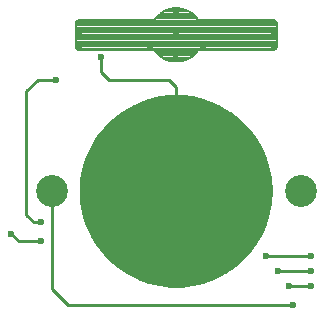
<source format=gbl>
G75*
%MOIN*%
%OFA0B0*%
%FSLAX24Y24*%
%IPPOS*%
%LPD*%
%AMOC8*
5,1,8,0,0,1.08239X$1,22.5*
%
%ADD10C,0.1063*%
%ADD11C,0.2362*%
%ADD12C,0.0079*%
%ADD13C,0.0236*%
%ADD14C,0.0100*%
%ADD15C,0.0118*%
D10*
X002285Y005912D03*
X010592Y005912D03*
D11*
X006439Y005912D03*
D12*
X006505Y010245D02*
X006372Y010245D01*
X006240Y010265D01*
X006112Y010305D01*
X005992Y010363D01*
X005882Y010439D01*
X005784Y010531D01*
X005702Y010636D01*
X003191Y010636D01*
X003165Y010640D01*
X003141Y010649D01*
X003121Y010665D01*
X003105Y010685D01*
X003095Y010709D01*
X003092Y010735D01*
X003092Y011522D01*
X003095Y011548D01*
X003105Y011571D01*
X003121Y011592D01*
X003141Y011607D01*
X003165Y011617D01*
X003191Y011620D01*
X005702Y011620D01*
X005784Y011726D01*
X005882Y011817D01*
X005992Y011893D01*
X006112Y011952D01*
X006240Y011992D01*
X006372Y012012D01*
X006505Y012012D01*
X006638Y011992D01*
X006765Y011952D01*
X006885Y011893D01*
X006995Y011817D01*
X007093Y011726D01*
X007175Y011620D01*
X009687Y011620D01*
X009712Y011617D01*
X009736Y011607D01*
X009756Y011592D01*
X009772Y011571D01*
X009782Y011548D01*
X009785Y011522D01*
X009785Y010735D01*
X009782Y010709D01*
X009772Y010685D01*
X009756Y010665D01*
X009736Y010649D01*
X009712Y010640D01*
X009687Y010636D01*
X007175Y010636D01*
X007093Y010531D01*
X006995Y010439D01*
X006885Y010363D01*
X006765Y010305D01*
X006638Y010265D01*
X006505Y010245D01*
X006708Y010287D02*
X006169Y010287D01*
X005990Y010364D02*
X006887Y010364D01*
X006998Y010442D02*
X005879Y010442D01*
X005797Y010519D02*
X007080Y010519D01*
X007144Y010596D02*
X005733Y010596D01*
X005747Y011677D02*
X007131Y011677D01*
X007062Y011755D02*
X005815Y011755D01*
X005903Y011832D02*
X006974Y011832D01*
X006853Y011909D02*
X006024Y011909D01*
X006223Y011986D02*
X006654Y011986D01*
X009745Y011600D02*
X003132Y011600D01*
X003092Y011523D02*
X009785Y011523D01*
X009785Y011446D02*
X003092Y011446D01*
X003092Y011369D02*
X009785Y011369D01*
X009785Y011291D02*
X003092Y011291D01*
X003092Y011214D02*
X009785Y011214D01*
X009785Y011137D02*
X003092Y011137D01*
X003092Y011060D02*
X009785Y011060D01*
X009785Y010982D02*
X003092Y010982D01*
X003092Y010905D02*
X009785Y010905D01*
X009785Y010828D02*
X003092Y010828D01*
X003092Y010751D02*
X009785Y010751D01*
X009763Y010673D02*
X003115Y010673D01*
D13*
X003191Y010735D03*
X003191Y011128D03*
X003191Y011522D03*
X003939Y010377D03*
X002439Y009627D03*
X005564Y010742D03*
X005564Y011529D03*
X006439Y011904D03*
X006439Y011128D03*
X006439Y010329D03*
X007335Y010742D03*
X007314Y011529D03*
X009687Y011522D03*
X009687Y011128D03*
X009687Y010735D03*
X006439Y006877D03*
X005689Y004877D03*
X006439Y003502D03*
X009439Y003752D03*
X009814Y003252D03*
X010189Y002752D03*
X010342Y002127D03*
X010939Y002752D03*
X010939Y003252D03*
X010939Y003752D03*
X001939Y004252D03*
X001939Y004877D03*
X000939Y004502D03*
D14*
X002285Y002656D02*
X002814Y002127D01*
X010342Y002127D01*
X010189Y002752D02*
X010939Y002752D01*
X010939Y003252D02*
X009814Y003252D01*
X009439Y003752D02*
X010939Y003752D01*
X006439Y008840D02*
X006439Y009377D01*
X006189Y009627D01*
X004189Y009627D01*
X003939Y009877D01*
X003939Y010377D01*
X002439Y009627D02*
X001814Y009627D01*
X001439Y009252D01*
X001439Y005127D01*
X001689Y004877D01*
X001939Y004877D01*
X001939Y004252D02*
X001189Y004252D01*
X000939Y004502D01*
X002285Y005912D02*
X002285Y002656D01*
D15*
X004026Y003887D02*
X003807Y004181D01*
X003624Y004498D01*
X003479Y004835D01*
X003374Y005185D01*
X003310Y005546D01*
X003289Y005912D01*
X003310Y006277D01*
X003374Y006638D01*
X003479Y006989D01*
X003624Y007325D01*
X003807Y007643D01*
X004026Y007936D01*
X004277Y008203D01*
X004558Y008438D01*
X004864Y008639D01*
X005191Y008804D01*
X005535Y008929D01*
X005892Y009014D01*
X006255Y009056D01*
X006622Y009056D01*
X006986Y009014D01*
X007342Y008929D01*
X007686Y008804D01*
X008013Y008639D01*
X008319Y008438D01*
X008600Y008203D01*
X008851Y007936D01*
X009070Y007643D01*
X009253Y007325D01*
X009398Y006989D01*
X009503Y006638D01*
X009567Y006277D01*
X009588Y005912D01*
X009567Y005546D01*
X009503Y005185D01*
X009398Y004835D01*
X009253Y004498D01*
X009070Y004181D01*
X008851Y003887D01*
X008600Y003621D01*
X008319Y003385D01*
X008013Y003184D01*
X007686Y003020D01*
X007342Y002895D01*
X006986Y002810D01*
X006622Y002768D01*
X006255Y002768D01*
X005892Y002810D01*
X005535Y002895D01*
X005191Y003020D01*
X004864Y003184D01*
X004558Y003385D01*
X004277Y003621D01*
X004026Y003887D01*
X003989Y003937D02*
X008888Y003937D01*
X008975Y004054D02*
X003902Y004054D01*
X003815Y004170D02*
X009062Y004170D01*
X009131Y004287D02*
X003746Y004287D01*
X003679Y004403D02*
X009198Y004403D01*
X009263Y004520D02*
X003615Y004520D01*
X003564Y004637D02*
X009313Y004637D01*
X009363Y004753D02*
X003514Y004753D01*
X003468Y004870D02*
X009409Y004870D01*
X009444Y004986D02*
X003433Y004986D01*
X003399Y005103D02*
X009479Y005103D01*
X009509Y005220D02*
X003368Y005220D01*
X003347Y005336D02*
X009530Y005336D01*
X009550Y005453D02*
X003327Y005453D01*
X003309Y005569D02*
X009568Y005569D01*
X009575Y005686D02*
X003302Y005686D01*
X003295Y005803D02*
X009582Y005803D01*
X009588Y005919D02*
X003289Y005919D01*
X003296Y006036D02*
X009581Y006036D01*
X009574Y006153D02*
X003303Y006153D01*
X003310Y006269D02*
X009567Y006269D01*
X009548Y006386D02*
X003329Y006386D01*
X003350Y006502D02*
X009527Y006502D01*
X009507Y006619D02*
X003370Y006619D01*
X003403Y006736D02*
X009474Y006736D01*
X009439Y006852D02*
X003438Y006852D01*
X003473Y006969D02*
X009404Y006969D01*
X009357Y007085D02*
X003520Y007085D01*
X003571Y007202D02*
X009306Y007202D01*
X009256Y007319D02*
X003621Y007319D01*
X003687Y007435D02*
X009190Y007435D01*
X009122Y007552D02*
X003755Y007552D01*
X003826Y007668D02*
X009051Y007668D01*
X008964Y007785D02*
X003913Y007785D01*
X004000Y007902D02*
X008877Y007902D01*
X008774Y008018D02*
X004103Y008018D01*
X004213Y008135D02*
X008664Y008135D01*
X008542Y008252D02*
X004335Y008252D01*
X004474Y008368D02*
X008403Y008368D01*
X008249Y008485D02*
X004629Y008485D01*
X004806Y008601D02*
X008071Y008601D01*
X007857Y008718D02*
X005020Y008718D01*
X005276Y008835D02*
X007602Y008835D01*
X007249Y008951D02*
X005628Y008951D01*
X004089Y003820D02*
X008788Y003820D01*
X008678Y003704D02*
X004199Y003704D01*
X004317Y003587D02*
X008560Y003587D01*
X008421Y003470D02*
X004456Y003470D01*
X004606Y003354D02*
X008271Y003354D01*
X008094Y003237D02*
X004783Y003237D01*
X004990Y003121D02*
X007887Y003121D01*
X007643Y003004D02*
X005234Y003004D01*
X005565Y002887D02*
X007312Y002887D01*
X006650Y002771D02*
X006227Y002771D01*
M02*

</source>
